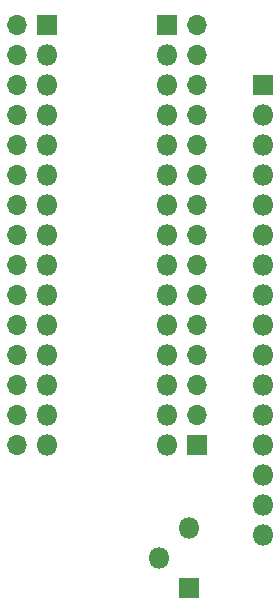
<source format=gbr>
%TF.GenerationSoftware,KiCad,Pcbnew,(5.1.6)-1*%
%TF.CreationDate,2022-01-07T17:36:53-04:00*%
%TF.ProjectId,LCD_adapter,4c43445f-6164-4617-9074-65722e6b6963,rev?*%
%TF.SameCoordinates,Original*%
%TF.FileFunction,Soldermask,Top*%
%TF.FilePolarity,Negative*%
%FSLAX46Y46*%
G04 Gerber Fmt 4.6, Leading zero omitted, Abs format (unit mm)*
G04 Created by KiCad (PCBNEW (5.1.6)-1) date 2022-01-07 17:36:53*
%MOMM*%
%LPD*%
G01*
G04 APERTURE LIST*
%ADD10O,1.800000X1.800000*%
%ADD11R,1.800000X1.800000*%
%ADD12O,1.700000X1.700000*%
%ADD13R,1.700000X1.700000*%
G04 APERTURE END LIST*
D10*
%TO.C,J2*%
X163830000Y-100330000D03*
X163830000Y-97790000D03*
X163830000Y-95250000D03*
X163830000Y-92710000D03*
X163830000Y-90170000D03*
X163830000Y-87630000D03*
X163830000Y-85090000D03*
X163830000Y-82550000D03*
X163830000Y-80010000D03*
X163830000Y-77470000D03*
X163830000Y-74930000D03*
X163830000Y-72390000D03*
X163830000Y-69850000D03*
X163830000Y-67310000D03*
D11*
X163830000Y-64770000D03*
%TD*%
D10*
%TO.C,J1*%
X153670000Y-100330000D03*
X153670000Y-97790000D03*
X153670000Y-95250000D03*
X153670000Y-92710000D03*
X153670000Y-90170000D03*
X153670000Y-87630000D03*
X153670000Y-85090000D03*
X153670000Y-82550000D03*
X153670000Y-80010000D03*
X153670000Y-77470000D03*
X153670000Y-74930000D03*
X153670000Y-72390000D03*
X153670000Y-69850000D03*
X153670000Y-67310000D03*
D11*
X153670000Y-64770000D03*
%TD*%
D12*
%TO.C,A1*%
X151130000Y-64770000D03*
X166370000Y-64770000D03*
X151130000Y-100330000D03*
X166370000Y-67310000D03*
X151130000Y-97790000D03*
X166370000Y-69850000D03*
X151130000Y-95250000D03*
X166370000Y-72390000D03*
X151130000Y-92710000D03*
X166370000Y-74930000D03*
X151130000Y-90170000D03*
X166370000Y-77470000D03*
X151130000Y-87630000D03*
X166370000Y-80010000D03*
X151130000Y-85090000D03*
X166370000Y-82550000D03*
X151130000Y-82550000D03*
X166370000Y-85090000D03*
X151130000Y-80010000D03*
X166370000Y-87630000D03*
X151130000Y-77470000D03*
X166370000Y-90170000D03*
X151130000Y-74930000D03*
X166370000Y-92710000D03*
X151130000Y-72390000D03*
X166370000Y-95250000D03*
X151130000Y-69850000D03*
X166370000Y-97790000D03*
X151130000Y-67310000D03*
D13*
X166370000Y-100330000D03*
%TD*%
D10*
%TO.C,RV1*%
X165735000Y-107315000D03*
X163195000Y-109855000D03*
D11*
X165735000Y-112395000D03*
%TD*%
D10*
%TO.C,U1*%
X172000000Y-107950000D03*
X172000000Y-105410000D03*
X172000000Y-102870000D03*
X172000000Y-100330000D03*
X172000000Y-97790000D03*
X172000000Y-95250000D03*
X172000000Y-92710000D03*
X172000000Y-90170000D03*
X172000000Y-87630000D03*
X172000000Y-85090000D03*
X172000000Y-82550000D03*
X172000000Y-80010000D03*
X172000000Y-77470000D03*
X172000000Y-74930000D03*
X172000000Y-72390000D03*
D11*
X172000000Y-69850000D03*
%TD*%
M02*

</source>
